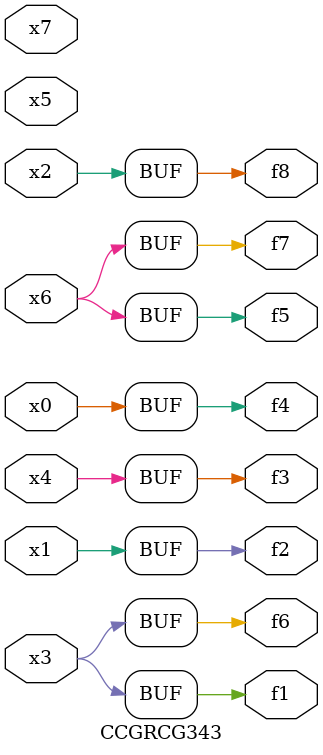
<source format=v>
module CCGRCG343(
	input x0, x1, x2, x3, x4, x5, x6, x7,
	output f1, f2, f3, f4, f5, f6, f7, f8
);
	assign f1 = x3;
	assign f2 = x1;
	assign f3 = x4;
	assign f4 = x0;
	assign f5 = x6;
	assign f6 = x3;
	assign f7 = x6;
	assign f8 = x2;
endmodule

</source>
